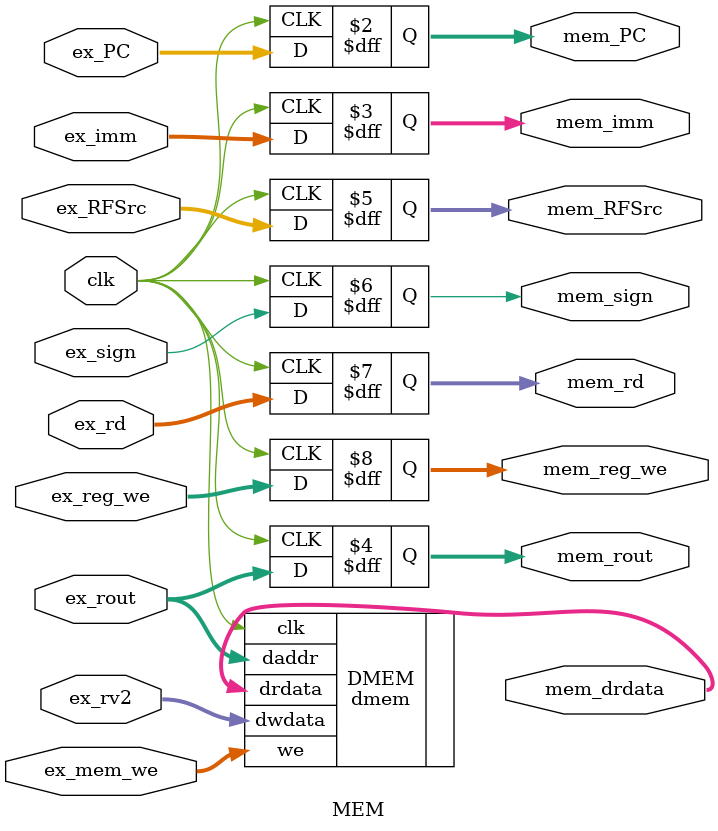
<source format=v>
`timescale 1ns / 1ps
module MEM(
	input			clk,
	input[31:0]	ex_PC,
	input[31:0]	ex_imm,
	input[31:0]	ex_rout,
	input[31:0]	ex_rv2,
	input[3:0]  ex_reg_we,
   input[3:0]	ex_mem_we,
	input			ex_sign,
	input[2:0]  ex_RFSrc,
	input[4:0]	ex_rd,

	output reg [31:0] mem_PC,
	output reg [31:0] mem_imm,
	output reg [31:0] mem_drdata,
	output reg [31:0] mem_rout,
	output reg [2:0]  mem_RFSrc,
	output reg	   	mem_sign,
	output reg [4:0]  mem_rd,
	output reg [3:0]  mem_reg_we
	 );
	 
dmem DMEM (
    .clk(clk), 
    .daddr(ex_rout), 
    .dwdata(ex_rv2), 
    .we(ex_mem_we), 
    .drdata(mem_drdata)
    );
always @(posedge clk)
begin
	mem_PC = ex_PC;
	mem_imm = ex_imm;
	mem_rout = ex_rout;
	mem_RFSrc = ex_RFSrc;
	mem_sign = ex_sign;
	mem_rd = ex_rd;
	mem_reg_we = ex_reg_we;
end
endmodule

</source>
